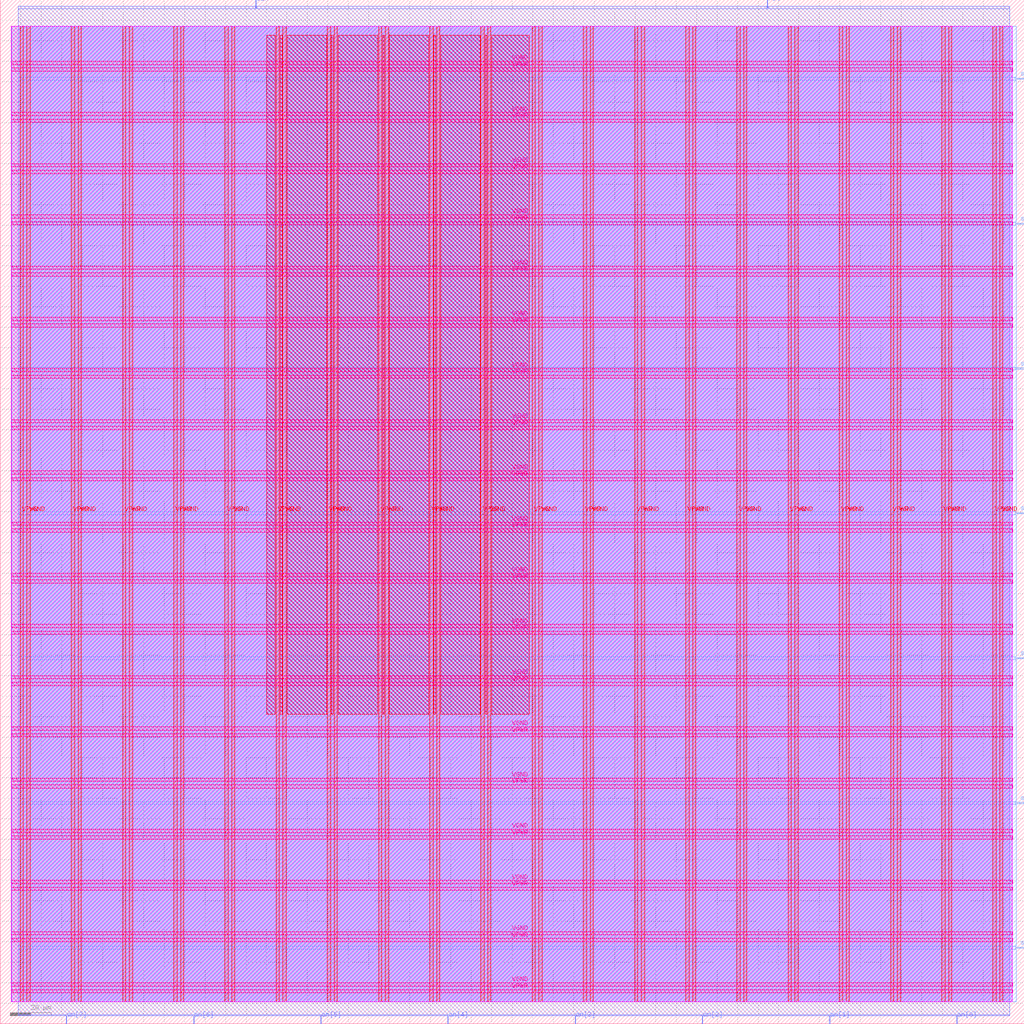
<source format=lef>
VERSION 5.7 ;
  NOWIREEXTENSIONATPIN ON ;
  DIVIDERCHAR "/" ;
  BUSBITCHARS "[]" ;
MACRO project3
  CLASS BLOCK ;
  FOREIGN project3 ;
  ORIGIN 0.000 0.000 ;
  SIZE 500.000 BY 500.000 ;
  PIN VGND
    DIRECTION INOUT ;
    USE GROUND ;
    PORT
      LAYER met4 ;
        RECT 13.020 10.640 14.620 487.120 ;
    END
    PORT
      LAYER met4 ;
        RECT 38.020 10.640 39.620 487.120 ;
    END
    PORT
      LAYER met4 ;
        RECT 63.020 10.640 64.620 487.120 ;
    END
    PORT
      LAYER met4 ;
        RECT 88.020 10.640 89.620 487.120 ;
    END
    PORT
      LAYER met4 ;
        RECT 113.020 10.640 114.620 487.120 ;
    END
    PORT
      LAYER met4 ;
        RECT 138.020 10.640 139.620 487.120 ;
    END
    PORT
      LAYER met4 ;
        RECT 163.020 10.640 164.620 487.120 ;
    END
    PORT
      LAYER met4 ;
        RECT 188.020 10.640 189.620 487.120 ;
    END
    PORT
      LAYER met4 ;
        RECT 213.020 10.640 214.620 487.120 ;
    END
    PORT
      LAYER met4 ;
        RECT 238.020 10.640 239.620 487.120 ;
    END
    PORT
      LAYER met4 ;
        RECT 263.020 10.640 264.620 487.120 ;
    END
    PORT
      LAYER met4 ;
        RECT 288.020 10.640 289.620 487.120 ;
    END
    PORT
      LAYER met4 ;
        RECT 313.020 10.640 314.620 487.120 ;
    END
    PORT
      LAYER met4 ;
        RECT 338.020 10.640 339.620 487.120 ;
    END
    PORT
      LAYER met4 ;
        RECT 363.020 10.640 364.620 487.120 ;
    END
    PORT
      LAYER met4 ;
        RECT 388.020 10.640 389.620 487.120 ;
    END
    PORT
      LAYER met4 ;
        RECT 413.020 10.640 414.620 487.120 ;
    END
    PORT
      LAYER met4 ;
        RECT 438.020 10.640 439.620 487.120 ;
    END
    PORT
      LAYER met4 ;
        RECT 463.020 10.640 464.620 487.120 ;
    END
    PORT
      LAYER met4 ;
        RECT 488.020 10.640 489.620 487.120 ;
    END
    PORT
      LAYER met5 ;
        RECT 5.280 18.380 494.280 19.980 ;
    END
    PORT
      LAYER met5 ;
        RECT 5.280 43.380 494.280 44.980 ;
    END
    PORT
      LAYER met5 ;
        RECT 5.280 68.380 494.280 69.980 ;
    END
    PORT
      LAYER met5 ;
        RECT 5.280 93.380 494.280 94.980 ;
    END
    PORT
      LAYER met5 ;
        RECT 5.280 118.380 494.280 119.980 ;
    END
    PORT
      LAYER met5 ;
        RECT 5.280 143.380 494.280 144.980 ;
    END
    PORT
      LAYER met5 ;
        RECT 5.280 168.380 494.280 169.980 ;
    END
    PORT
      LAYER met5 ;
        RECT 5.280 193.380 494.280 194.980 ;
    END
    PORT
      LAYER met5 ;
        RECT 5.280 218.380 494.280 219.980 ;
    END
    PORT
      LAYER met5 ;
        RECT 5.280 243.380 494.280 244.980 ;
    END
    PORT
      LAYER met5 ;
        RECT 5.280 268.380 494.280 269.980 ;
    END
    PORT
      LAYER met5 ;
        RECT 5.280 293.380 494.280 294.980 ;
    END
    PORT
      LAYER met5 ;
        RECT 5.280 318.380 494.280 319.980 ;
    END
    PORT
      LAYER met5 ;
        RECT 5.280 343.380 494.280 344.980 ;
    END
    PORT
      LAYER met5 ;
        RECT 5.280 368.380 494.280 369.980 ;
    END
    PORT
      LAYER met5 ;
        RECT 5.280 393.380 494.280 394.980 ;
    END
    PORT
      LAYER met5 ;
        RECT 5.280 418.380 494.280 419.980 ;
    END
    PORT
      LAYER met5 ;
        RECT 5.280 443.380 494.280 444.980 ;
    END
    PORT
      LAYER met5 ;
        RECT 5.280 468.380 494.280 469.980 ;
    END
  END VGND
  PIN VPWR
    DIRECTION INOUT ;
    USE POWER ;
    PORT
      LAYER met4 ;
        RECT 9.720 10.640 11.320 487.120 ;
    END
    PORT
      LAYER met4 ;
        RECT 34.720 10.640 36.320 487.120 ;
    END
    PORT
      LAYER met4 ;
        RECT 59.720 10.640 61.320 487.120 ;
    END
    PORT
      LAYER met4 ;
        RECT 84.720 10.640 86.320 487.120 ;
    END
    PORT
      LAYER met4 ;
        RECT 109.720 10.640 111.320 487.120 ;
    END
    PORT
      LAYER met4 ;
        RECT 134.720 10.640 136.320 487.120 ;
    END
    PORT
      LAYER met4 ;
        RECT 159.720 10.640 161.320 487.120 ;
    END
    PORT
      LAYER met4 ;
        RECT 184.720 10.640 186.320 487.120 ;
    END
    PORT
      LAYER met4 ;
        RECT 209.720 10.640 211.320 487.120 ;
    END
    PORT
      LAYER met4 ;
        RECT 234.720 10.640 236.320 487.120 ;
    END
    PORT
      LAYER met4 ;
        RECT 259.720 10.640 261.320 487.120 ;
    END
    PORT
      LAYER met4 ;
        RECT 284.720 10.640 286.320 487.120 ;
    END
    PORT
      LAYER met4 ;
        RECT 309.720 10.640 311.320 487.120 ;
    END
    PORT
      LAYER met4 ;
        RECT 334.720 10.640 336.320 487.120 ;
    END
    PORT
      LAYER met4 ;
        RECT 359.720 10.640 361.320 487.120 ;
    END
    PORT
      LAYER met4 ;
        RECT 384.720 10.640 386.320 487.120 ;
    END
    PORT
      LAYER met4 ;
        RECT 409.720 10.640 411.320 487.120 ;
    END
    PORT
      LAYER met4 ;
        RECT 434.720 10.640 436.320 487.120 ;
    END
    PORT
      LAYER met4 ;
        RECT 459.720 10.640 461.320 487.120 ;
    END
    PORT
      LAYER met4 ;
        RECT 484.720 10.640 486.320 487.120 ;
    END
    PORT
      LAYER met5 ;
        RECT 5.280 15.080 494.280 16.680 ;
    END
    PORT
      LAYER met5 ;
        RECT 5.280 40.080 494.280 41.680 ;
    END
    PORT
      LAYER met5 ;
        RECT 5.280 65.080 494.280 66.680 ;
    END
    PORT
      LAYER met5 ;
        RECT 5.280 90.080 494.280 91.680 ;
    END
    PORT
      LAYER met5 ;
        RECT 5.280 115.080 494.280 116.680 ;
    END
    PORT
      LAYER met5 ;
        RECT 5.280 140.080 494.280 141.680 ;
    END
    PORT
      LAYER met5 ;
        RECT 5.280 165.080 494.280 166.680 ;
    END
    PORT
      LAYER met5 ;
        RECT 5.280 190.080 494.280 191.680 ;
    END
    PORT
      LAYER met5 ;
        RECT 5.280 215.080 494.280 216.680 ;
    END
    PORT
      LAYER met5 ;
        RECT 5.280 240.080 494.280 241.680 ;
    END
    PORT
      LAYER met5 ;
        RECT 5.280 265.080 494.280 266.680 ;
    END
    PORT
      LAYER met5 ;
        RECT 5.280 290.080 494.280 291.680 ;
    END
    PORT
      LAYER met5 ;
        RECT 5.280 315.080 494.280 316.680 ;
    END
    PORT
      LAYER met5 ;
        RECT 5.280 340.080 494.280 341.680 ;
    END
    PORT
      LAYER met5 ;
        RECT 5.280 365.080 494.280 366.680 ;
    END
    PORT
      LAYER met5 ;
        RECT 5.280 390.080 494.280 391.680 ;
    END
    PORT
      LAYER met5 ;
        RECT 5.280 415.080 494.280 416.680 ;
    END
    PORT
      LAYER met5 ;
        RECT 5.280 440.080 494.280 441.680 ;
    END
    PORT
      LAYER met5 ;
        RECT 5.280 465.080 494.280 466.680 ;
    END
  END VPWR
  PIN an[0]
    DIRECTION OUTPUT ;
    USE SIGNAL ;
    PORT
      LAYER met2 ;
        RECT 466.990 0.000 467.270 4.000 ;
    END
  END an[0]
  PIN an[1]
    DIRECTION OUTPUT ;
    USE SIGNAL ;
    PORT
      LAYER met2 ;
        RECT 404.890 0.000 405.170 4.000 ;
    END
  END an[1]
  PIN an[2]
    DIRECTION OUTPUT ;
    USE SIGNAL ;
    PORT
      LAYER met2 ;
        RECT 342.790 0.000 343.070 4.000 ;
    END
  END an[2]
  PIN an[3]
    DIRECTION OUTPUT ;
    USE SIGNAL ;
    PORT
      LAYER met2 ;
        RECT 280.690 0.000 280.970 4.000 ;
    END
  END an[3]
  PIN an[4]
    DIRECTION OUTPUT ;
    USE SIGNAL ;
    PORT
      LAYER met2 ;
        RECT 218.590 0.000 218.870 4.000 ;
    END
  END an[4]
  PIN an[5]
    DIRECTION OUTPUT ;
    USE SIGNAL ;
    PORT
      LAYER met2 ;
        RECT 156.490 0.000 156.770 4.000 ;
    END
  END an[5]
  PIN an[6]
    DIRECTION OUTPUT ;
    USE SIGNAL ;
    PORT
      LAYER met2 ;
        RECT 94.390 0.000 94.670 4.000 ;
    END
  END an[6]
  PIN an[7]
    DIRECTION OUTPUT ;
    USE SIGNAL ;
    PORT
      LAYER met2 ;
        RECT 32.290 0.000 32.570 4.000 ;
    END
  END an[7]
  PIN clk
    DIRECTION INPUT ;
    USE SIGNAL ;
    ANTENNAGATEAREA 0.852000 ;
    ANTENNADIFFAREA 0.434700 ;
    PORT
      LAYER met2 ;
        RECT 124.750 496.000 125.030 500.000 ;
    END
  END clk
  PIN rst
    DIRECTION INPUT ;
    USE SIGNAL ;
    ANTENNAGATEAREA 0.852000 ;
    PORT
      LAYER met2 ;
        RECT 374.530 496.000 374.810 500.000 ;
    END
  END rst
  PIN seg[0]
    DIRECTION OUTPUT ;
    USE SIGNAL ;
    ANTENNADIFFAREA 0.340600 ;
    PORT
      LAYER met3 ;
        RECT 496.000 461.080 500.000 461.680 ;
    END
  END seg[0]
  PIN seg[1]
    DIRECTION OUTPUT ;
    USE SIGNAL ;
    ANTENNADIFFAREA 0.340600 ;
    PORT
      LAYER met3 ;
        RECT 496.000 390.360 500.000 390.960 ;
    END
  END seg[1]
  PIN seg[2]
    DIRECTION OUTPUT ;
    USE SIGNAL ;
    ANTENNADIFFAREA 0.340600 ;
    PORT
      LAYER met3 ;
        RECT 496.000 319.640 500.000 320.240 ;
    END
  END seg[2]
  PIN seg[3]
    DIRECTION OUTPUT ;
    USE SIGNAL ;
    ANTENNADIFFAREA 0.340600 ;
    PORT
      LAYER met3 ;
        RECT 496.000 248.920 500.000 249.520 ;
    END
  END seg[3]
  PIN seg[4]
    DIRECTION OUTPUT ;
    USE SIGNAL ;
    ANTENNADIFFAREA 0.340600 ;
    PORT
      LAYER met3 ;
        RECT 496.000 178.200 500.000 178.800 ;
    END
  END seg[4]
  PIN seg[5]
    DIRECTION OUTPUT ;
    USE SIGNAL ;
    ANTENNADIFFAREA 0.340600 ;
    PORT
      LAYER met3 ;
        RECT 496.000 107.480 500.000 108.080 ;
    END
  END seg[5]
  PIN seg[6]
    DIRECTION OUTPUT ;
    USE SIGNAL ;
    ANTENNADIFFAREA 0.340600 ;
    PORT
      LAYER met3 ;
        RECT 496.000 36.760 500.000 37.360 ;
    END
  END seg[6]
  OBS
      LAYER nwell ;
        RECT 5.330 10.795 494.230 487.070 ;
      LAYER li1 ;
        RECT 5.520 10.795 494.040 486.965 ;
      LAYER met1 ;
        RECT 5.520 10.640 494.040 487.120 ;
      LAYER met2 ;
        RECT 8.830 495.720 124.470 496.810 ;
        RECT 125.310 495.720 374.250 496.810 ;
        RECT 375.090 495.720 493.020 496.810 ;
        RECT 8.830 4.280 493.020 495.720 ;
        RECT 8.830 4.000 32.010 4.280 ;
        RECT 32.850 4.000 94.110 4.280 ;
        RECT 94.950 4.000 156.210 4.280 ;
        RECT 157.050 4.000 218.310 4.280 ;
        RECT 219.150 4.000 280.410 4.280 ;
        RECT 281.250 4.000 342.510 4.280 ;
        RECT 343.350 4.000 404.610 4.280 ;
        RECT 405.450 4.000 466.710 4.280 ;
        RECT 467.550 4.000 493.020 4.280 ;
      LAYER met3 ;
        RECT 8.805 462.080 496.000 487.045 ;
        RECT 8.805 460.680 495.600 462.080 ;
        RECT 8.805 391.360 496.000 460.680 ;
        RECT 8.805 389.960 495.600 391.360 ;
        RECT 8.805 320.640 496.000 389.960 ;
        RECT 8.805 319.240 495.600 320.640 ;
        RECT 8.805 249.920 496.000 319.240 ;
        RECT 8.805 248.520 495.600 249.920 ;
        RECT 8.805 179.200 496.000 248.520 ;
        RECT 8.805 177.800 495.600 179.200 ;
        RECT 8.805 108.480 496.000 177.800 ;
        RECT 8.805 107.080 495.600 108.480 ;
        RECT 8.805 37.760 496.000 107.080 ;
        RECT 8.805 36.360 495.600 37.760 ;
        RECT 8.805 10.715 496.000 36.360 ;
      LAYER met4 ;
        RECT 130.015 151.135 134.320 482.625 ;
        RECT 136.720 151.135 137.620 482.625 ;
        RECT 140.020 151.135 159.320 482.625 ;
        RECT 161.720 151.135 162.620 482.625 ;
        RECT 165.020 151.135 184.320 482.625 ;
        RECT 186.720 151.135 187.620 482.625 ;
        RECT 190.020 151.135 209.320 482.625 ;
        RECT 211.720 151.135 212.620 482.625 ;
        RECT 215.020 151.135 234.320 482.625 ;
        RECT 236.720 151.135 237.620 482.625 ;
        RECT 240.020 151.135 258.225 482.625 ;
  END
END project3
END LIBRARY


</source>
